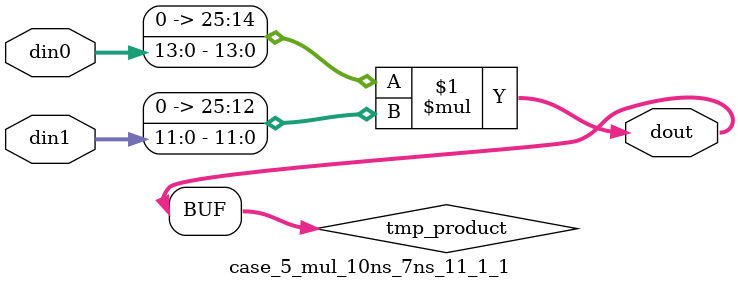
<source format=v>

`timescale 1 ns / 1 ps

 (* use_dsp = "no" *)  module case_5_mul_10ns_7ns_11_1_1(din0, din1, dout);
parameter ID = 1;
parameter NUM_STAGE = 0;
parameter din0_WIDTH = 14;
parameter din1_WIDTH = 12;
parameter dout_WIDTH = 26;

input [din0_WIDTH - 1 : 0] din0; 
input [din1_WIDTH - 1 : 0] din1; 
output [dout_WIDTH - 1 : 0] dout;

wire signed [dout_WIDTH - 1 : 0] tmp_product;
























assign tmp_product = $signed({1'b0, din0}) * $signed({1'b0, din1});











assign dout = tmp_product;





















endmodule

</source>
